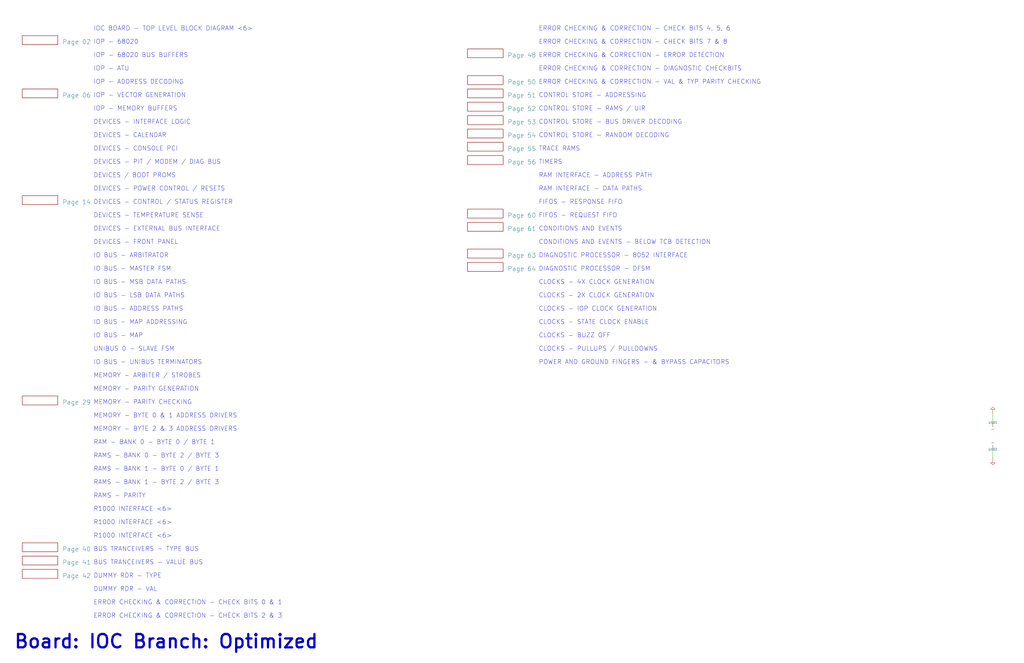
<source format=kicad_sch>
(kicad_sch (version 20230121) (generator eeschema)
  (paper "User" 584.2 378.46)
  (title_block (title "IOC Main"))
  (lib_symbols
    (symbol "r1000:PD" (power) (pin_numbers hide) (pin_names hide) (in_bom no)
      (symbol "PD_0_1"
        (polyline (pts (xy 0 -2.54) (xy 1.27 -2.54) (xy 0 -3.81) (xy -1.27 -2.54) (xy 0 -2.54)) (stroke (width 0.1524)))
      )
      (symbol "PD_1_1"
        (pin power_in line (at 0 0 270) (length 2.54) (name "PD") (number "1"))
      )
    )
    (symbol "r1000:PU" (power) (pin_numbers hide) (pin_names hide)
      (symbol "PU_0_1"
        (polyline (pts (xy 0 2.54) (xy -1.27 2.54) (xy 0 3.81) (xy 1.27 2.54) (xy 0 2.54)) (stroke (width 0.1524)))
      )
      (symbol "PU_1_1"
        (pin power_in line (at 0 0 90) (length 2.54) (name "PU") (number "1"))
      )
    )
    (symbol "r1000:Pull_Down" (pin_numbers hide) (pin_names hide)
      (property "Reference" "U" (at 0 0 0))
      (property "Value" "Pull_Down" (at 0 3.81 0))
      (symbol "Pull_Down_1_1"
        (pin power_out line (at 0 0 90) (length 2.54) (name "Out") (number "1"))
      )
    )
    (symbol "r1000:Pull_Up" (pin_numbers hide) (pin_names hide)
      (property "Reference" "U" (at 0 0 0))
      (property "Value" "Pull_Up" (at 0 -3.81 0))
      (symbol "Pull_Up_1_1"
        (pin power_out line (at 0 0 270) (length 2.54) (name "Out") (number "1"))
      )
    )
  )
  (wire (pts (xy 566.42 236.22) (xy 566.42 241.3)))
  (wire (pts (xy 566.42 256.54) (xy 566.42 261.62)))
  (text "DIAGNOSTIC PROCESSOR - DFSM" (at 307.34 154.94 0) (effects (font (size 2.54 2.54)) (justify left bottom)))
  (text "RAMS - PARITY" (at 53.34 284.48 0) (effects (font (size 2.54 2.54)) (justify left bottom)))
  (text "ERROR CHECKING & CORRECTION - DIAGNOSTIC CHECKBITS" (at 307.34 40.64 0) (effects (font (size 2.54 2.54)) (justify left bottom)))
  (text "DEVICES / BOOT PROMS" (at 53.34 101.6 0) (effects (font (size 2.54 2.54)) (justify left bottom)))
  (text "CONTROL STORE - RAMS / UIR" (at 307.34 63.5 0) (effects (font (size 2.54 2.54)) (justify left bottom)))
  (text "IOC BOARD - TOP LEVEL BLOCK DIAGRAM <6>" (at 53.34 17.78 0) (effects (font (size 2.54 2.54)) (justify left bottom)))
  (text "DEVICES - FRONT PANEL" (at 53.34 139.7 0) (effects (font (size 2.54 2.54)) (justify left bottom)))
  (text "IO BUS - MAP ADDRESSING" (at 53.34 185.42 0) (effects (font (size 2.54 2.54)) (justify left bottom)))
  (text "BUS TRANCEIVERS - VALUE BUS" (at 53.34 322.58 0) (effects (font (size 2.54 2.54)) (justify left bottom)))
  (text "DUMMY RDR - TYPE" (at 53.34 330.2 0) (effects (font (size 2.54 2.54)) (justify left bottom)))
  (text "IOP - 68020" (at 53.34 25.4 0) (effects (font (size 2.54 2.54)) (justify left bottom)))
  (text "ERROR CHECKING & CORRECTION - CHECK BITS 4, 5, 6" (at 307.34 17.78 0) (effects (font (size 2.54 2.54)) (justify left bottom)))
  (text "IO BUS - ARBITRATOR" (at 53.34 147.32 0) (effects (font (size 2.54 2.54)) (justify left bottom)))
  (text "IOP - ADDRESS DECODING" (at 53.34 48.26 0) (effects (font (size 2.54 2.54)) (justify left bottom)))
  (text "IO BUS - MAP" (at 53.34 193.04 0) (effects (font (size 2.54 2.54)) (justify left bottom)))
  (text "CLOCKS - IOP CLOCK GENERATION" (at 307.34 177.8 0) (effects (font (size 2.54 2.54)) (justify left bottom)))
  (text "IO BUS - MSB DATA PATHS" (at 53.34 162.56 0) (effects (font (size 2.54 2.54)) (justify left bottom)))
  (text "UNIBUS 0 - SLAVE FSM" (at 53.34 200.66 0) (effects (font (size 2.54 2.54)) (justify left bottom)))
  (text "IO BUS - LSB DATA PATHS" (at 53.34 170.18 0) (effects (font (size 2.54 2.54)) (justify left bottom)))
  (text "DEVICES - INTERFACE LOGIC" (at 53.34 71.12 0) (effects (font (size 2.54 2.54)) (justify left bottom)))
  (text "FIFOS - RESPONSE FIFO" (at 307.34 116.84 0) (effects (font (size 2.54 2.54)) (justify left bottom)))
  (text "CONDITIONS AND EVENTS" (at 307.34 132.08 0) (effects (font (size 2.54 2.54)) (justify left bottom)))
  (text "R1000 INTERFACE <6>" (at 53.34 292.1 0) (effects (font (size 2.54 2.54)) (justify left bottom)))
  (text "DEVICES - CONTROL / STATUS REGISTER" (at 53.34 116.84 0) (effects (font (size 2.54 2.54)) (justify left bottom)))
  (text "RAM INTERFACE - ADDRESS PATH" (at 307.34 101.6 0) (effects (font (size 2.54 2.54)) (justify left bottom)))
  (text "ERROR CHECKING & CORRECTION - CHECK BITS 2 & 3" (at 53.34 353.06 0) (effects (font (size 2.54 2.54)) (justify left bottom)))
  (text "ERROR CHECKING & CORRECTION - VAL & TYP PARITY CHECKING" (at 307.34 48.26 0) (effects (font (size 2.54 2.54)) (justify left bottom)))
  (text "IOP - 68020 BUS BUFFERS" (at 53.34 33.02 0) (effects (font (size 2.54 2.54)) (justify left bottom)))
  (text "RAMS - BANK 0 - BYTE 2 / BYTE 3" (at 53.34 261.62 0) (effects (font (size 2.54 2.54)) (justify left bottom)))
  (text "TRACE RAMS" (at 307.34 86.36 0) (effects (font (size 2.54 2.54)) (justify left bottom)))
  (text "R1000 INTERFACE <6>" (at 53.34 307.34 0) (effects (font (size 2.54 2.54)) (justify left bottom)))
  (text "TIMERS" (at 307.34 93.98 0) (effects (font (size 2.54 2.54)) (justify left bottom)))
  (text "RAM INTERFACE - DATA PATHS" (at 307.34 109.22 0) (effects (font (size 2.54 2.54)) (justify left bottom)))
  (text "ERROR CHECKING & CORRECTION - CHECK BITS 7 & 8" (at 307.34 25.4 0) (effects (font (size 2.54 2.54)) (justify left bottom)))
  (text "MEMORY - BYTE 2 & 3 ADDRESS DRIVERS" (at 53.34 246.38 0) (effects (font (size 2.54 2.54)) (justify left bottom)))
  (text "IO BUS - MASTER FSM" (at 53.34 154.94 0) (effects (font (size 2.54 2.54)) (justify left bottom)))
  (text "IOP - ATU" (at 53.34 40.64 0) (effects (font (size 2.54 2.54)) (justify left bottom)))
  (text "Board: IOC Branch: Optimized" (at 7.62 370.84 0) (effects (font (size 7.62 7.62) (thickness 1.27) bold) (justify left bottom)))
  (text "R1000 INTERFACE <6>" (at 53.34 299.72 0) (effects (font (size 2.54 2.54)) (justify left bottom)))
  (text "IO BUS - ADDRESS PATHS" (at 53.34 177.8 0) (effects (font (size 2.54 2.54)) (justify left bottom)))
  (text "ERROR CHECKING & CORRECTION - ERROR DETECTION" (at 307.34 33.02 0) (effects (font (size 2.54 2.54)) (justify left bottom)))
  (text "DEVICES - PIT / MODEM / DIAG BUS" (at 53.34 93.98 0) (effects (font (size 2.54 2.54)) (justify left bottom)))
  (text "CONDITIONS AND EVENTS - BELOW TCB DETECTION" (at 307.34 139.7 0) (effects (font (size 2.54 2.54)) (justify left bottom)))
  (text "MEMORY - PARITY CHECKING" (at 53.34 231.14 0) (effects (font (size 2.54 2.54)) (justify left bottom)))
  (text "FIFOS - REQUEST FIFO" (at 307.34 124.46 0) (effects (font (size 2.54 2.54)) (justify left bottom)))
  (text "RAMS - BANK 1 - BYTE 2 / BYTE 3" (at 53.34 276.86 0) (effects (font (size 2.54 2.54)) (justify left bottom)))
  (text "CLOCKS - 4X CLOCK GENERATION" (at 307.34 162.56 0) (effects (font (size 2.54 2.54)) (justify left bottom)))
  (text "IOP - MEMORY BUFFERS" (at 53.34 63.5 0) (effects (font (size 2.54 2.54)) (justify left bottom)))
  (text "RAM - BANK 0 - BYTE 0 / BYTE 1" (at 53.34 254 0) (effects (font (size 2.54 2.54)) (justify left bottom)))
  (text "MEMORY - PARITY GENERATION" (at 53.34 223.52 0) (effects (font (size 2.54 2.54)) (justify left bottom)))
  (text "IOP - VECTOR GENERATION" (at 53.34 55.88 0) (effects (font (size 2.54 2.54)) (justify left bottom)))
  (text "MEMORY - BYTE 0 & 1 ADDRESS DRIVERS" (at 53.34 238.76 0) (effects (font (size 2.54 2.54)) (justify left bottom)))
  (text "CONTROL STORE - ADDRESSING" (at 307.34 55.88 0) (effects (font (size 2.54 2.54)) (justify left bottom)))
  (text "CONTROL STORE - BUS DRIVER DECODING" (at 307.34 71.12 0) (effects (font (size 2.54 2.54)) (justify left bottom)))
  (text "CONTROL STORE - RANDOM DECODING" (at 307.34 78.74 0) (effects (font (size 2.54 2.54)) (justify left bottom)))
  (text "DEVICES - CONSOLE PCI" (at 53.34 86.36 0) (effects (font (size 2.54 2.54)) (justify left bottom)))
  (text "RAMS - BANK 1 - BYTE 0 / BYTE 1" (at 53.34 269.24 0) (effects (font (size 2.54 2.54)) (justify left bottom)))
  (text "DEVICES - TEMPERATURE SENSE" (at 53.34 124.46 0) (effects (font (size 2.54 2.54)) (justify left bottom)))
  (text "MEMORY - ARBITER / STROBES" (at 53.34 215.9 0) (effects (font (size 2.54 2.54)) (justify left bottom)))
  (text "ERROR CHECKING & CORRECTION - CHECK BITS 0 & 1" (at 53.34 345.44 0) (effects (font (size 2.54 2.54)) (justify left bottom)))
  (text "DEVICES - POWER CONTROL / RESETS" (at 53.34 109.22 0) (effects (font (size 2.54 2.54)) (justify left bottom)))
  (text "DIAGNOSTIC PROCESSOR - 8052 INTERFACE" (at 307.34 147.32 0) (effects (font (size 2.54 2.54)) (justify left bottom)))
  (text "CLOCKS - PULLUPS / PULLDOWNS" (at 307.34 200.66 0) (effects (font (size 2.54 2.54)) (justify left bottom)))
  (text "CLOCKS - 2X CLOCK GENERATION" (at 307.34 170.18 0) (effects (font (size 2.54 2.54)) (justify left bottom)))
  (text "POWER AND GROUND FINGERS - & BYPASS CAPACITORS" (at 307.34 208.28 0) (effects (font (size 2.54 2.54)) (justify left bottom)))
  (text "BUS TRANCEIVERS - TYPE BUS" (at 53.34 314.96 0) (effects (font (size 2.54 2.54)) (justify left bottom)))
  (text "IO BUS - UNIBUS TERMINATORS" (at 53.34 208.28 0) (effects (font (size 2.54 2.54)) (justify left bottom)))
  (text "DUMMY RDR - VAL" (at 53.34 337.82 0) (effects (font (size 2.54 2.54)) (justify left bottom)))
  (text "CLOCKS - STATE CLOCK ENABLE" (at 307.34 185.42 0) (effects (font (size 2.54 2.54)) (justify left bottom)))
  (text "DEVICES - CALENDAR" (at 53.34 78.74 0) (effects (font (size 2.54 2.54)) (justify left bottom)))
  (text "CLOCKS - BUZZ OFF" (at 307.34 193.04 0) (effects (font (size 2.54 2.54)) (justify left bottom)))
  (text "DEVICES - EXTERNAL BUS INTERFACE" (at 53.34 132.08 0) (effects (font (size 2.54 2.54)) (justify left bottom)))
  (symbol (lib_id "r1000:Pull_Down") (at 566.42 256.54 0) (unit 1)
    (property "Reference" "U102" (at 566.42 256.54 0))
    (property "Value" "~" (at 566.42 252.73 0) (effects (font (size 2.54 2.54))))
  )
  (symbol (lib_id "r1000:PU") (at 566.42 236.22 0) (unit 1)
    (property "Reference" "#PWR0102" (effects hide))
  )
  (symbol (lib_id "r1000:Pull_Up") (at 566.42 241.3 0) (unit 1)
    (property "Reference" "U101" (at 566.42 241.3 0))
    (property "Value" "~" (at 566.42 245.11 0) (effects (font (size 2.54 2.54))))
  )
  (symbol (lib_id "r1000:PD") (at 566.42 261.62 0) (unit 1) (in_bom no)
    (property "Reference" "#PWR0101" (effects hide))
  )
  (sheet (at 266.7 27.94) (size 20.32 5.08)
    (property "Sheetname" "Page 48" (at 289.56 33.02 0) (effects (font (size 2.54 2.54)) (justify left bottom)))
    (property "Sheetfile" "pg_48.kicad_sch" (effects hide))
  )
  (sheet (at 266.7 66.04) (size 20.32 5.08)
    (property "Sheetname" "Page 53" (at 289.56 71.12 0) (effects (font (size 2.54 2.54)) (justify left bottom)))
    (property "Sheetfile" "pg_53.kicad_sch" (effects hide))
  )
  (sheet (at 266.7 73.66) (size 20.32 5.08)
    (property "Sheetname" "Page 54" (at 289.56 78.74 0) (effects (font (size 2.54 2.54)) (justify left bottom)))
    (property "Sheetfile" "pg_54.kicad_sch" (effects hide))
  )
  (sheet (at 12.7 317.5) (size 20.32 5.08)
    (property "Sheetname" "Page 41" (at 35.56 322.58 0) (effects (font (size 2.54 2.54)) (justify left bottom)))
    (property "Sheetfile" "pg_41.kicad_sch" (effects hide))
  )
  (sheet (at 266.7 149.86) (size 20.32 5.08)
    (property "Sheetname" "Page 64" (at 289.56 154.94 0) (effects (font (size 2.54 2.54)) (justify left bottom)))
    (property "Sheetfile" "pg_64.kicad_sch" (effects hide))
  )
  (sheet (at 266.7 88.9) (size 20.32 5.08)
    (property "Sheetname" "Page 56" (at 289.56 93.98 0) (effects (font (size 2.54 2.54)) (justify left bottom)))
    (property "Sheetfile" "pg_56.kicad_sch" (effects hide))
  )
  (sheet (at 12.7 111.76) (size 20.32 5.08)
    (property "Sheetname" "Page 14" (at 35.56 116.84 0) (effects (font (size 2.54 2.54)) (justify left bottom)))
    (property "Sheetfile" "pg_14.kicad_sch" (effects hide))
  )
  (sheet (at 266.7 50.8) (size 20.32 5.08)
    (property "Sheetname" "Page 51" (at 289.56 55.88 0) (effects (font (size 2.54 2.54)) (justify left bottom)))
    (property "Sheetfile" "pg_51.kicad_sch" (effects hide))
  )
  (sheet (at 266.7 119.38) (size 20.32 5.08)
    (property "Sheetname" "Page 60" (at 289.56 124.46 0) (effects (font (size 2.54 2.54)) (justify left bottom)))
    (property "Sheetfile" "pg_60.kicad_sch" (effects hide))
  )
  (sheet (at 266.7 58.42) (size 20.32 5.08)
    (property "Sheetname" "Page 52" (at 289.56 63.5 0) (effects (font (size 2.54 2.54)) (justify left bottom)))
    (property "Sheetfile" "pg_52.kicad_sch" (effects hide))
  )
  (sheet (at 266.7 81.28) (size 20.32 5.08)
    (property "Sheetname" "Page 55" (at 289.56 86.36 0) (effects (font (size 2.54 2.54)) (justify left bottom)))
    (property "Sheetfile" "pg_55.kicad_sch" (effects hide))
  )
  (sheet (at 266.7 127) (size 20.32 5.08)
    (property "Sheetname" "Page 61" (at 289.56 132.08 0) (effects (font (size 2.54 2.54)) (justify left bottom)))
    (property "Sheetfile" "pg_61.kicad_sch" (effects hide))
  )
  (sheet (at 266.7 142.24) (size 20.32 5.08)
    (property "Sheetname" "Page 63" (at 289.56 147.32 0) (effects (font (size 2.54 2.54)) (justify left bottom)))
    (property "Sheetfile" "pg_63.kicad_sch" (effects hide))
  )
  (sheet (at 12.7 309.88) (size 20.32 5.08)
    (property "Sheetname" "Page 40" (at 35.56 314.96 0) (effects (font (size 2.54 2.54)) (justify left bottom)))
    (property "Sheetfile" "pg_40.kicad_sch" (effects hide))
  )
  (sheet (at 12.7 226.06) (size 20.32 5.08)
    (property "Sheetname" "Page 29" (at 35.56 231.14 0) (effects (font (size 2.54 2.54)) (justify left bottom)))
    (property "Sheetfile" "pg_29.kicad_sch" (effects hide))
  )
  (sheet (at 12.7 50.8) (size 20.32 5.08)
    (property "Sheetname" "Page 06" (at 35.56 55.88 0) (effects (font (size 2.54 2.54)) (justify left bottom)))
    (property "Sheetfile" "pg_06.kicad_sch" (effects hide))
  )
  (sheet (at 12.7 325.12) (size 20.32 5.08)
    (property "Sheetname" "Page 42" (at 35.56 330.2 0) (effects (font (size 2.54 2.54)) (justify left bottom)))
    (property "Sheetfile" "pg_42.kicad_sch" (effects hide))
  )
  (sheet (at 12.7 20.32) (size 20.32 5.08)
    (property "Sheetname" "Page 02" (at 35.56 25.4 0) (effects (font (size 2.54 2.54)) (justify left bottom)))
    (property "Sheetfile" "pg_02.kicad_sch" (effects hide))
  )
  (sheet (at 266.7 43.18) (size 20.32 5.08)
    (property "Sheetname" "Page 50" (at 289.56 48.26 0) (effects (font (size 2.54 2.54)) (justify left bottom)))
    (property "Sheetfile" "pg_50.kicad_sch" (effects hide))
  )
)
</source>
